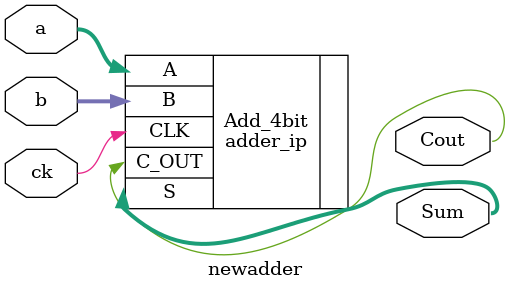
<source format=v>
`timescale 1ns / 1ps


module newadder(
    input [3:0] a,b,
    input ck,
    output [3:0] Sum,
    output Cout
    );
    adder_ip Add_4bit (
  .A(a),          // input wire [3 : 0] A
  .B(b),          // input wire [3 : 0] B
  .CLK(ck),      // input wire CLK
  .C_OUT(Cout),  // output wire C_OUT
  .S(Sum)          // output wire [3 : 0] S
   );
endmodule

</source>
